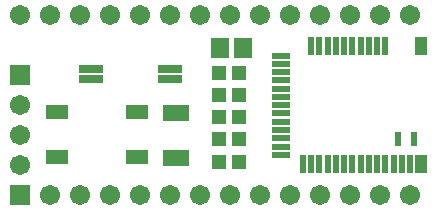
<source format=gts>
G04*
G04 #@! TF.GenerationSoftware,Altium Limited,CircuitStudio,1.5.1 (13)*
G04*
G04 Layer_Color=20142*
%FSLAX25Y25*%
%MOIN*%
G70*
G01*
G75*
%ADD29R,0.07493X0.04737*%
%ADD30R,0.08674X0.05721*%
%ADD31R,0.05918X0.06706*%
%ADD32R,0.06312X0.02375*%
%ADD33R,0.02375X0.04737*%
%ADD34R,0.03950X0.06312*%
%ADD35R,0.02375X0.06312*%
%ADD36R,0.07887X0.02965*%
%ADD37R,0.05131X0.04737*%
%ADD38C,0.06706*%
%ADD39R,0.06706X0.06706*%
%ADD40R,0.06706X0.06706*%
D29*
X212189Y267559D02*
D03*
Y252598D02*
D03*
X238992Y267559D02*
D03*
Y252598D02*
D03*
D30*
X251969Y252205D02*
D03*
Y267165D02*
D03*
D31*
X274130Y289114D02*
D03*
X266650D02*
D03*
D32*
X287008Y286457D02*
D03*
Y253386D02*
D03*
Y256142D02*
D03*
Y258898D02*
D03*
Y261654D02*
D03*
Y280945D02*
D03*
Y283701D02*
D03*
Y272677D02*
D03*
Y275433D02*
D03*
Y278189D02*
D03*
Y264409D02*
D03*
Y267165D02*
D03*
Y269921D02*
D03*
D33*
X331299Y258504D02*
D03*
X325787D02*
D03*
D34*
X333465Y250236D02*
D03*
Y289606D02*
D03*
D35*
X329921Y250236D02*
D03*
X327165D02*
D03*
X324410D02*
D03*
X321654D02*
D03*
X318898D02*
D03*
X316142D02*
D03*
X313386D02*
D03*
X310630D02*
D03*
X307874D02*
D03*
X305118D02*
D03*
X302362D02*
D03*
X299606D02*
D03*
X296850D02*
D03*
X294094D02*
D03*
X316142Y289606D02*
D03*
X318898D02*
D03*
X321654D02*
D03*
X307874D02*
D03*
X310630D02*
D03*
X313386D02*
D03*
X299606D02*
D03*
X302362D02*
D03*
X305118D02*
D03*
X296850D02*
D03*
D36*
X249803Y281831D02*
D03*
Y278484D02*
D03*
X223425D02*
D03*
Y281831D02*
D03*
D37*
X272736Y258504D02*
D03*
X266043D02*
D03*
X266043Y265886D02*
D03*
X272736D02*
D03*
X266043Y280551D02*
D03*
X272736D02*
D03*
X266043Y273268D02*
D03*
X272736D02*
D03*
X266043Y251122D02*
D03*
X272736D02*
D03*
D38*
X200000Y250000D02*
D03*
Y260000D02*
D03*
Y270000D02*
D03*
X210000Y240000D02*
D03*
X220000D02*
D03*
X230000D02*
D03*
X240000D02*
D03*
X250000D02*
D03*
X260000D02*
D03*
X270000D02*
D03*
X280000D02*
D03*
X290000D02*
D03*
X300000D02*
D03*
X310000D02*
D03*
X320000D02*
D03*
X330000D02*
D03*
Y300000D02*
D03*
X320000D02*
D03*
X310000D02*
D03*
X300000D02*
D03*
X290000D02*
D03*
X280000D02*
D03*
X270000D02*
D03*
X260000D02*
D03*
X250000D02*
D03*
X240000D02*
D03*
X230000D02*
D03*
X220000D02*
D03*
X210000D02*
D03*
X200000D02*
D03*
D39*
Y280000D02*
D03*
D40*
Y240000D02*
D03*
M02*

</source>
